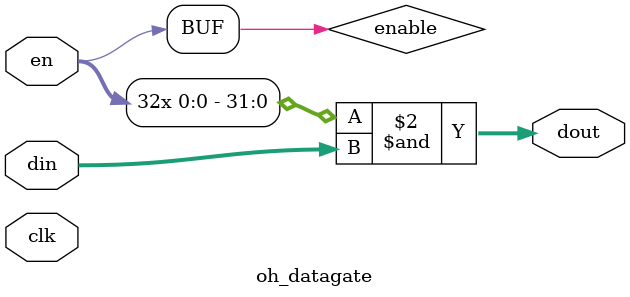
<source format=v>

module oh_datagate #(parameter DW   = 32, // width of data inputs
		     parameter PS   = 3   // min quiet time before shutdown
		     )
   ( 
     input 	     clk, // clock
     input 	     en,  // data valid
     input [DW-1:0]  din, // data input
     output [DW-1:0] dout // data output    
     );
   
 	  	 
   reg [PS-1:0]    enable_pipe;   
   wire 	   enable;
   
   always @ (posedge clk)
     enable_pipe[PS-1:0] <= {enable_pipe[PS-2:0],en};
   
   assign enable = {enable_pipe[PS-1:0],en};

   assign dout[DW-1:0] =  {(DW){enable}} & din[DW-1:0];
  
endmodule // oh_datagate

</source>
